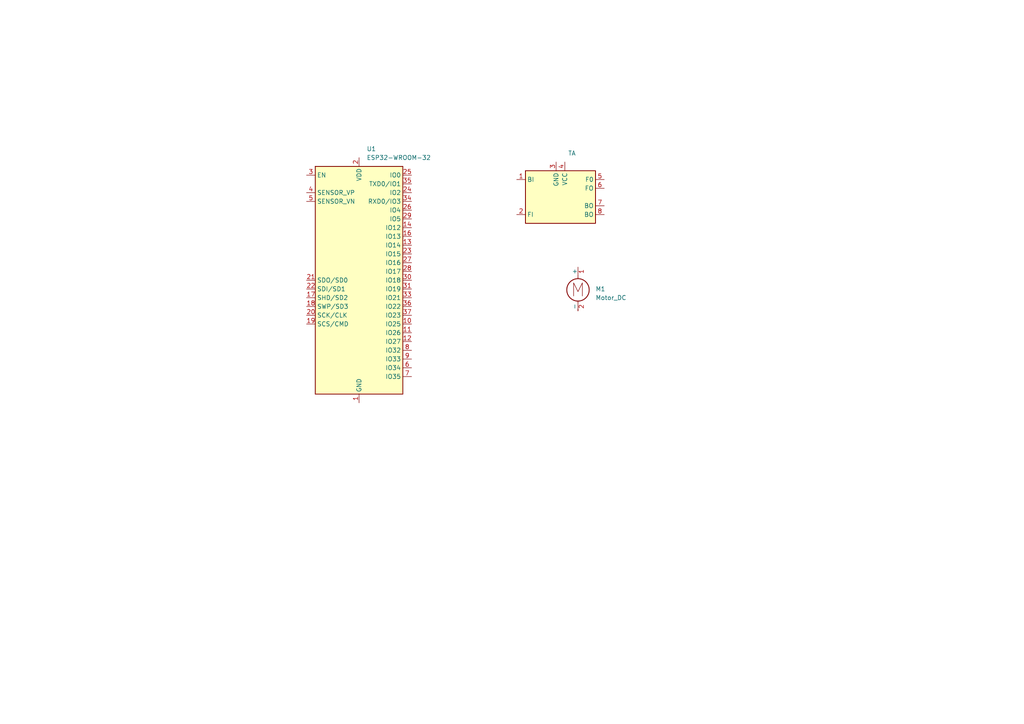
<source format=kicad_sch>
(kicad_sch
	(version 20231120)
	(generator "eeschema")
	(generator_version "8.0")
	(uuid "a65872ae-7367-4c54-aef7-e693dc81f3eb")
	(paper "A4")
	(lib_symbols
		(symbol "Motor:Motor_DC"
			(pin_names
				(offset 0)
			)
			(exclude_from_sim no)
			(in_bom yes)
			(on_board yes)
			(property "Reference" "M"
				(at 2.54 2.54 0)
				(effects
					(font
						(size 1.27 1.27)
					)
					(justify left)
				)
			)
			(property "Value" "Motor_DC"
				(at 2.54 -5.08 0)
				(effects
					(font
						(size 1.27 1.27)
					)
					(justify left top)
				)
			)
			(property "Footprint" ""
				(at 0 -2.286 0)
				(effects
					(font
						(size 1.27 1.27)
					)
					(hide yes)
				)
			)
			(property "Datasheet" "~"
				(at 0 -2.286 0)
				(effects
					(font
						(size 1.27 1.27)
					)
					(hide yes)
				)
			)
			(property "Description" "DC Motor"
				(at 0 0 0)
				(effects
					(font
						(size 1.27 1.27)
					)
					(hide yes)
				)
			)
			(property "ki_keywords" "DC Motor"
				(at 0 0 0)
				(effects
					(font
						(size 1.27 1.27)
					)
					(hide yes)
				)
			)
			(property "ki_fp_filters" "PinHeader*P2.54mm* TerminalBlock*"
				(at 0 0 0)
				(effects
					(font
						(size 1.27 1.27)
					)
					(hide yes)
				)
			)
			(symbol "Motor_DC_0_0"
				(polyline
					(pts
						(xy -1.27 -3.302) (xy -1.27 0.508) (xy 0 -2.032) (xy 1.27 0.508) (xy 1.27 -3.302)
					)
					(stroke
						(width 0)
						(type default)
					)
					(fill
						(type none)
					)
				)
			)
			(symbol "Motor_DC_0_1"
				(circle
					(center 0 -1.524)
					(radius 3.2512)
					(stroke
						(width 0.254)
						(type default)
					)
					(fill
						(type none)
					)
				)
				(polyline
					(pts
						(xy 0 -7.62) (xy 0 -7.112)
					)
					(stroke
						(width 0)
						(type default)
					)
					(fill
						(type none)
					)
				)
				(polyline
					(pts
						(xy 0 -4.7752) (xy 0 -5.1816)
					)
					(stroke
						(width 0)
						(type default)
					)
					(fill
						(type none)
					)
				)
				(polyline
					(pts
						(xy 0 1.7272) (xy 0 2.0828)
					)
					(stroke
						(width 0)
						(type default)
					)
					(fill
						(type none)
					)
				)
				(polyline
					(pts
						(xy 0 2.032) (xy 0 2.54)
					)
					(stroke
						(width 0)
						(type default)
					)
					(fill
						(type none)
					)
				)
			)
			(symbol "Motor_DC_1_1"
				(pin passive line
					(at 0 5.08 270)
					(length 2.54)
					(name "+"
						(effects
							(font
								(size 1.27 1.27)
							)
						)
					)
					(number "1"
						(effects
							(font
								(size 1.27 1.27)
							)
						)
					)
				)
				(pin passive line
					(at 0 -7.62 90)
					(length 2.54)
					(name "-"
						(effects
							(font
								(size 1.27 1.27)
							)
						)
					)
					(number "2"
						(effects
							(font
								(size 1.27 1.27)
							)
						)
					)
				)
			)
		)
		(symbol "RF_Module:ESP32-WROOM-32"
			(exclude_from_sim no)
			(in_bom yes)
			(on_board yes)
			(property "Reference" "U"
				(at -12.7 34.29 0)
				(effects
					(font
						(size 1.27 1.27)
					)
					(justify left)
				)
			)
			(property "Value" "ESP32-WROOM-32"
				(at 1.27 34.29 0)
				(effects
					(font
						(size 1.27 1.27)
					)
					(justify left)
				)
			)
			(property "Footprint" "RF_Module:ESP32-WROOM-32"
				(at 0 -38.1 0)
				(effects
					(font
						(size 1.27 1.27)
					)
					(hide yes)
				)
			)
			(property "Datasheet" "https://www.espressif.com/sites/default/files/documentation/esp32-wroom-32_datasheet_en.pdf"
				(at -7.62 1.27 0)
				(effects
					(font
						(size 1.27 1.27)
					)
					(hide yes)
				)
			)
			(property "Description" "RF Module, ESP32-D0WDQ6 SoC, Wi-Fi 802.11b/g/n, Bluetooth, BLE, 32-bit, 2.7-3.6V, onboard antenna, SMD"
				(at 0 0 0)
				(effects
					(font
						(size 1.27 1.27)
					)
					(hide yes)
				)
			)
			(property "ki_keywords" "RF Radio BT ESP ESP32 Espressif onboard PCB antenna"
				(at 0 0 0)
				(effects
					(font
						(size 1.27 1.27)
					)
					(hide yes)
				)
			)
			(property "ki_fp_filters" "ESP32?WROOM?32*"
				(at 0 0 0)
				(effects
					(font
						(size 1.27 1.27)
					)
					(hide yes)
				)
			)
			(symbol "ESP32-WROOM-32_0_1"
				(rectangle
					(start -12.7 33.02)
					(end 12.7 -33.02)
					(stroke
						(width 0.254)
						(type default)
					)
					(fill
						(type background)
					)
				)
			)
			(symbol "ESP32-WROOM-32_1_1"
				(pin power_in line
					(at 0 -35.56 90)
					(length 2.54)
					(name "GND"
						(effects
							(font
								(size 1.27 1.27)
							)
						)
					)
					(number "1"
						(effects
							(font
								(size 1.27 1.27)
							)
						)
					)
				)
				(pin bidirectional line
					(at 15.24 -12.7 180)
					(length 2.54)
					(name "IO25"
						(effects
							(font
								(size 1.27 1.27)
							)
						)
					)
					(number "10"
						(effects
							(font
								(size 1.27 1.27)
							)
						)
					)
				)
				(pin bidirectional line
					(at 15.24 -15.24 180)
					(length 2.54)
					(name "IO26"
						(effects
							(font
								(size 1.27 1.27)
							)
						)
					)
					(number "11"
						(effects
							(font
								(size 1.27 1.27)
							)
						)
					)
				)
				(pin bidirectional line
					(at 15.24 -17.78 180)
					(length 2.54)
					(name "IO27"
						(effects
							(font
								(size 1.27 1.27)
							)
						)
					)
					(number "12"
						(effects
							(font
								(size 1.27 1.27)
							)
						)
					)
				)
				(pin bidirectional line
					(at 15.24 10.16 180)
					(length 2.54)
					(name "IO14"
						(effects
							(font
								(size 1.27 1.27)
							)
						)
					)
					(number "13"
						(effects
							(font
								(size 1.27 1.27)
							)
						)
					)
				)
				(pin bidirectional line
					(at 15.24 15.24 180)
					(length 2.54)
					(name "IO12"
						(effects
							(font
								(size 1.27 1.27)
							)
						)
					)
					(number "14"
						(effects
							(font
								(size 1.27 1.27)
							)
						)
					)
				)
				(pin passive line
					(at 0 -35.56 90)
					(length 2.54) hide
					(name "GND"
						(effects
							(font
								(size 1.27 1.27)
							)
						)
					)
					(number "15"
						(effects
							(font
								(size 1.27 1.27)
							)
						)
					)
				)
				(pin bidirectional line
					(at 15.24 12.7 180)
					(length 2.54)
					(name "IO13"
						(effects
							(font
								(size 1.27 1.27)
							)
						)
					)
					(number "16"
						(effects
							(font
								(size 1.27 1.27)
							)
						)
					)
				)
				(pin bidirectional line
					(at -15.24 -5.08 0)
					(length 2.54)
					(name "SHD/SD2"
						(effects
							(font
								(size 1.27 1.27)
							)
						)
					)
					(number "17"
						(effects
							(font
								(size 1.27 1.27)
							)
						)
					)
				)
				(pin bidirectional line
					(at -15.24 -7.62 0)
					(length 2.54)
					(name "SWP/SD3"
						(effects
							(font
								(size 1.27 1.27)
							)
						)
					)
					(number "18"
						(effects
							(font
								(size 1.27 1.27)
							)
						)
					)
				)
				(pin bidirectional line
					(at -15.24 -12.7 0)
					(length 2.54)
					(name "SCS/CMD"
						(effects
							(font
								(size 1.27 1.27)
							)
						)
					)
					(number "19"
						(effects
							(font
								(size 1.27 1.27)
							)
						)
					)
				)
				(pin power_in line
					(at 0 35.56 270)
					(length 2.54)
					(name "VDD"
						(effects
							(font
								(size 1.27 1.27)
							)
						)
					)
					(number "2"
						(effects
							(font
								(size 1.27 1.27)
							)
						)
					)
				)
				(pin bidirectional line
					(at -15.24 -10.16 0)
					(length 2.54)
					(name "SCK/CLK"
						(effects
							(font
								(size 1.27 1.27)
							)
						)
					)
					(number "20"
						(effects
							(font
								(size 1.27 1.27)
							)
						)
					)
				)
				(pin bidirectional line
					(at -15.24 0 0)
					(length 2.54)
					(name "SDO/SD0"
						(effects
							(font
								(size 1.27 1.27)
							)
						)
					)
					(number "21"
						(effects
							(font
								(size 1.27 1.27)
							)
						)
					)
				)
				(pin bidirectional line
					(at -15.24 -2.54 0)
					(length 2.54)
					(name "SDI/SD1"
						(effects
							(font
								(size 1.27 1.27)
							)
						)
					)
					(number "22"
						(effects
							(font
								(size 1.27 1.27)
							)
						)
					)
				)
				(pin bidirectional line
					(at 15.24 7.62 180)
					(length 2.54)
					(name "IO15"
						(effects
							(font
								(size 1.27 1.27)
							)
						)
					)
					(number "23"
						(effects
							(font
								(size 1.27 1.27)
							)
						)
					)
				)
				(pin bidirectional line
					(at 15.24 25.4 180)
					(length 2.54)
					(name "IO2"
						(effects
							(font
								(size 1.27 1.27)
							)
						)
					)
					(number "24"
						(effects
							(font
								(size 1.27 1.27)
							)
						)
					)
				)
				(pin bidirectional line
					(at 15.24 30.48 180)
					(length 2.54)
					(name "IO0"
						(effects
							(font
								(size 1.27 1.27)
							)
						)
					)
					(number "25"
						(effects
							(font
								(size 1.27 1.27)
							)
						)
					)
				)
				(pin bidirectional line
					(at 15.24 20.32 180)
					(length 2.54)
					(name "IO4"
						(effects
							(font
								(size 1.27 1.27)
							)
						)
					)
					(number "26"
						(effects
							(font
								(size 1.27 1.27)
							)
						)
					)
				)
				(pin bidirectional line
					(at 15.24 5.08 180)
					(length 2.54)
					(name "IO16"
						(effects
							(font
								(size 1.27 1.27)
							)
						)
					)
					(number "27"
						(effects
							(font
								(size 1.27 1.27)
							)
						)
					)
				)
				(pin bidirectional line
					(at 15.24 2.54 180)
					(length 2.54)
					(name "IO17"
						(effects
							(font
								(size 1.27 1.27)
							)
						)
					)
					(number "28"
						(effects
							(font
								(size 1.27 1.27)
							)
						)
					)
				)
				(pin bidirectional line
					(at 15.24 17.78 180)
					(length 2.54)
					(name "IO5"
						(effects
							(font
								(size 1.27 1.27)
							)
						)
					)
					(number "29"
						(effects
							(font
								(size 1.27 1.27)
							)
						)
					)
				)
				(pin input line
					(at -15.24 30.48 0)
					(length 2.54)
					(name "EN"
						(effects
							(font
								(size 1.27 1.27)
							)
						)
					)
					(number "3"
						(effects
							(font
								(size 1.27 1.27)
							)
						)
					)
				)
				(pin bidirectional line
					(at 15.24 0 180)
					(length 2.54)
					(name "IO18"
						(effects
							(font
								(size 1.27 1.27)
							)
						)
					)
					(number "30"
						(effects
							(font
								(size 1.27 1.27)
							)
						)
					)
				)
				(pin bidirectional line
					(at 15.24 -2.54 180)
					(length 2.54)
					(name "IO19"
						(effects
							(font
								(size 1.27 1.27)
							)
						)
					)
					(number "31"
						(effects
							(font
								(size 1.27 1.27)
							)
						)
					)
				)
				(pin no_connect line
					(at -12.7 -27.94 0)
					(length 2.54) hide
					(name "NC"
						(effects
							(font
								(size 1.27 1.27)
							)
						)
					)
					(number "32"
						(effects
							(font
								(size 1.27 1.27)
							)
						)
					)
				)
				(pin bidirectional line
					(at 15.24 -5.08 180)
					(length 2.54)
					(name "IO21"
						(effects
							(font
								(size 1.27 1.27)
							)
						)
					)
					(number "33"
						(effects
							(font
								(size 1.27 1.27)
							)
						)
					)
				)
				(pin bidirectional line
					(at 15.24 22.86 180)
					(length 2.54)
					(name "RXD0/IO3"
						(effects
							(font
								(size 1.27 1.27)
							)
						)
					)
					(number "34"
						(effects
							(font
								(size 1.27 1.27)
							)
						)
					)
				)
				(pin bidirectional line
					(at 15.24 27.94 180)
					(length 2.54)
					(name "TXD0/IO1"
						(effects
							(font
								(size 1.27 1.27)
							)
						)
					)
					(number "35"
						(effects
							(font
								(size 1.27 1.27)
							)
						)
					)
				)
				(pin bidirectional line
					(at 15.24 -7.62 180)
					(length 2.54)
					(name "IO22"
						(effects
							(font
								(size 1.27 1.27)
							)
						)
					)
					(number "36"
						(effects
							(font
								(size 1.27 1.27)
							)
						)
					)
				)
				(pin bidirectional line
					(at 15.24 -10.16 180)
					(length 2.54)
					(name "IO23"
						(effects
							(font
								(size 1.27 1.27)
							)
						)
					)
					(number "37"
						(effects
							(font
								(size 1.27 1.27)
							)
						)
					)
				)
				(pin passive line
					(at 0 -35.56 90)
					(length 2.54) hide
					(name "GND"
						(effects
							(font
								(size 1.27 1.27)
							)
						)
					)
					(number "38"
						(effects
							(font
								(size 1.27 1.27)
							)
						)
					)
				)
				(pin passive line
					(at 0 -35.56 90)
					(length 2.54) hide
					(name "GND"
						(effects
							(font
								(size 1.27 1.27)
							)
						)
					)
					(number "39"
						(effects
							(font
								(size 1.27 1.27)
							)
						)
					)
				)
				(pin input line
					(at -15.24 25.4 0)
					(length 2.54)
					(name "SENSOR_VP"
						(effects
							(font
								(size 1.27 1.27)
							)
						)
					)
					(number "4"
						(effects
							(font
								(size 1.27 1.27)
							)
						)
					)
				)
				(pin input line
					(at -15.24 22.86 0)
					(length 2.54)
					(name "SENSOR_VN"
						(effects
							(font
								(size 1.27 1.27)
							)
						)
					)
					(number "5"
						(effects
							(font
								(size 1.27 1.27)
							)
						)
					)
				)
				(pin input line
					(at 15.24 -25.4 180)
					(length 2.54)
					(name "IO34"
						(effects
							(font
								(size 1.27 1.27)
							)
						)
					)
					(number "6"
						(effects
							(font
								(size 1.27 1.27)
							)
						)
					)
				)
				(pin input line
					(at 15.24 -27.94 180)
					(length 2.54)
					(name "IO35"
						(effects
							(font
								(size 1.27 1.27)
							)
						)
					)
					(number "7"
						(effects
							(font
								(size 1.27 1.27)
							)
						)
					)
				)
				(pin bidirectional line
					(at 15.24 -20.32 180)
					(length 2.54)
					(name "IO32"
						(effects
							(font
								(size 1.27 1.27)
							)
						)
					)
					(number "8"
						(effects
							(font
								(size 1.27 1.27)
							)
						)
					)
				)
				(pin bidirectional line
					(at 15.24 -22.86 180)
					(length 2.54)
					(name "IO33"
						(effects
							(font
								(size 1.27 1.27)
							)
						)
					)
					(number "9"
						(effects
							(font
								(size 1.27 1.27)
							)
						)
					)
				)
			)
		)
		(symbol "Regulator_Controller:UC3842_DIP8"
			(exclude_from_sim no)
			(in_bom yes)
			(on_board yes)
			(property "Reference" "TA"
				(at 2.1941 12.7 0)
				(effects
					(font
						(size 1.27 1.27)
					)
					(justify left)
				)
			)
			(property "Value" "UC3842_DIP8"
				(at 2.1941 10.16 0)
				(effects
					(font
						(size 1.27 1.27)
					)
					(justify left)
					(hide yes)
				)
			)
			(property "Footprint" "Package_DIP:DIP-8_W7.62mm"
				(at 0 -12.7 0)
				(effects
					(font
						(size 1.27 1.27)
					)
					(hide yes)
				)
			)
			(property "Datasheet" "http://www.ti.com/lit/ds/symlink/uc3842.pdf"
				(at 0 0 0)
				(effects
					(font
						(size 1.27 1.27)
					)
					(hide yes)
				)
			)
			(property "Description" "Current-Mode PWM Controllers, 100% Duty Cycle, 16V/10V UVLO, PDIP-8"
				(at 0 0 0)
				(effects
					(font
						(size 1.27 1.27)
					)
					(hide yes)
				)
			)
			(property "ki_keywords" "SMPS PWM Controller"
				(at 0 0 0)
				(effects
					(font
						(size 1.27 1.27)
					)
					(hide yes)
				)
			)
			(property "ki_fp_filters" "DIP*W7.62mm*"
				(at 0 0 0)
				(effects
					(font
						(size 1.27 1.27)
					)
					(hide yes)
				)
			)
			(symbol "UC3842_DIP8_0_1"
				(rectangle
					(start -10.16 7.62)
					(end 10.16 -7.62)
					(stroke
						(width 0.254)
						(type default)
					)
					(fill
						(type background)
					)
				)
			)
			(symbol "UC3842_DIP8_1_1"
				(pin passive line
					(at -12.7 5.08 0)
					(length 2.54)
					(name "BI"
						(effects
							(font
								(size 1.27 1.27)
							)
						)
					)
					(number "1"
						(effects
							(font
								(size 1.27 1.27)
							)
						)
					)
				)
				(pin passive line
					(at -12.7 -5.08 0)
					(length 2.54)
					(name "FI"
						(effects
							(font
								(size 1.27 1.27)
							)
						)
					)
					(number "2"
						(effects
							(font
								(size 1.27 1.27)
							)
						)
					)
				)
				(pin passive line
					(at -1.27 10.16 270)
					(length 2.54)
					(name "GND"
						(effects
							(font
								(size 1.27 1.27)
							)
						)
					)
					(number "3"
						(effects
							(font
								(size 1.27 1.27)
							)
						)
					)
				)
				(pin passive line
					(at 1.27 10.16 270)
					(length 2.54)
					(name "VCC"
						(effects
							(font
								(size 1.27 1.27)
							)
						)
					)
					(number "4"
						(effects
							(font
								(size 1.27 1.27)
							)
						)
					)
				)
				(pin passive line
					(at 12.7 5.08 180)
					(length 2.54)
					(name "F0"
						(effects
							(font
								(size 1.27 1.27)
							)
						)
					)
					(number "5"
						(effects
							(font
								(size 1.27 1.27)
							)
						)
					)
				)
				(pin passive line
					(at 12.7 2.54 180)
					(length 2.54)
					(name "FO"
						(effects
							(font
								(size 1.27 1.27)
							)
						)
					)
					(number "6"
						(effects
							(font
								(size 1.27 1.27)
							)
						)
					)
				)
				(pin passive line
					(at 12.7 -2.54 180)
					(length 2.54)
					(name "BO"
						(effects
							(font
								(size 1.27 1.27)
							)
						)
					)
					(number "7"
						(effects
							(font
								(size 1.27 1.27)
							)
						)
					)
				)
				(pin input line
					(at 12.7 -5.08 180)
					(length 2.54)
					(name "BO"
						(effects
							(font
								(size 1.27 1.27)
							)
						)
					)
					(number "8"
						(effects
							(font
								(size 1.27 1.27)
							)
						)
					)
				)
			)
		)
	)
	(symbol
		(lib_id "RF_Module:ESP32-WROOM-32")
		(at 104.14 81.28 0)
		(unit 1)
		(exclude_from_sim no)
		(in_bom yes)
		(on_board yes)
		(dnp no)
		(fields_autoplaced yes)
		(uuid "0c858f6e-27ca-4b90-b509-496eaa6dd222")
		(property "Reference" "U1"
			(at 106.3341 43.18 0)
			(effects
				(font
					(size 1.27 1.27)
				)
				(justify left)
			)
		)
		(property "Value" "ESP32-WROOM-32"
			(at 106.3341 45.72 0)
			(effects
				(font
					(size 1.27 1.27)
				)
				(justify left)
			)
		)
		(property "Footprint" "RF_Module:ESP32-WROOM-32"
			(at 104.14 119.38 0)
			(effects
				(font
					(size 1.27 1.27)
				)
				(hide yes)
			)
		)
		(property "Datasheet" "https://www.espressif.com/sites/default/files/documentation/esp32-wroom-32_datasheet_en.pdf"
			(at 96.52 80.01 0)
			(effects
				(font
					(size 1.27 1.27)
				)
				(hide yes)
			)
		)
		(property "Description" "RF Module, ESP32-D0WDQ6 SoC, Wi-Fi 802.11b/g/n, Bluetooth, BLE, 32-bit, 2.7-3.6V, onboard antenna, SMD"
			(at 104.14 81.28 0)
			(effects
				(font
					(size 1.27 1.27)
				)
				(hide yes)
			)
		)
		(pin "7"
			(uuid "fcf68c73-fbee-4ed1-b9dd-ff1e0a40d3f2")
		)
		(pin "24"
			(uuid "e12175b2-5c10-41ec-bfdc-cc19ff55e6d7")
		)
		(pin "27"
			(uuid "1fae478d-fb14-40f1-9296-c2a6e493466e")
		)
		(pin "34"
			(uuid "32c7986d-5d6a-443f-9fa1-002e4998e0bc")
		)
		(pin "4"
			(uuid "0b014e88-ec5e-42be-852f-af782b70fab0")
		)
		(pin "9"
			(uuid "44b611f5-ab8e-4b1c-bb33-b66da545f3a3")
		)
		(pin "12"
			(uuid "c46e3740-4132-47d6-873e-50296bfd1714")
		)
		(pin "31"
			(uuid "ea4543e2-aed0-41eb-bbc7-9e1ba0cfdf76")
		)
		(pin "13"
			(uuid "b87b2788-d61e-48d2-9921-20afa55a5556")
		)
		(pin "25"
			(uuid "a8a744f1-ba50-4df2-b7bc-48e9a33dc411")
		)
		(pin "5"
			(uuid "45243b17-1342-4571-abb0-38a9f9e9a2b2")
		)
		(pin "6"
			(uuid "00efd7db-4d8b-45a4-a015-f1224b8a0b6a")
		)
		(pin "1"
			(uuid "b03ad3ba-242f-43f5-a3a0-2263e5f33787")
		)
		(pin "11"
			(uuid "5a0d03e0-977c-47a3-a068-f1b35c943333")
		)
		(pin "10"
			(uuid "70ad7e99-a426-4849-b5e3-e16555d82ba9")
		)
		(pin "19"
			(uuid "763dc2c5-a832-45e9-a57f-e38dc16ac644")
		)
		(pin "21"
			(uuid "f9fd69ee-a693-4c05-9657-eacc0ea0ed66")
		)
		(pin "22"
			(uuid "58ac3102-28c3-4a18-a02a-19720a8fda29")
		)
		(pin "23"
			(uuid "74c71449-5834-4c6d-bf90-c66139545ab1")
		)
		(pin "15"
			(uuid "8779022f-fdbb-4c6d-8f4d-409309d36c97")
		)
		(pin "16"
			(uuid "e51f1466-fcab-490c-b2cb-1b67d31b1404")
		)
		(pin "17"
			(uuid "5988288f-ee6d-409c-b1a3-a18b25ef7654")
		)
		(pin "18"
			(uuid "e002408c-36d7-42cd-b586-e23f462ce694")
		)
		(pin "26"
			(uuid "5b4fa8e1-d6da-45aa-806d-a7ca137b775d")
		)
		(pin "14"
			(uuid "88242797-efdc-4036-ae40-a8faaf41897a")
		)
		(pin "28"
			(uuid "736c7f1a-2972-4269-b833-df1397b8e5d3")
		)
		(pin "29"
			(uuid "1687e2ac-ee4c-4c39-901f-0216f2bfbee3")
		)
		(pin "32"
			(uuid "5b6e72ed-2604-4814-a55d-13ae143fd883")
		)
		(pin "20"
			(uuid "0e8c068c-e8d6-4e68-958a-18a1dcea4a22")
		)
		(pin "2"
			(uuid "03144083-771e-4ff5-a407-d448b4df5223")
		)
		(pin "3"
			(uuid "4fc78d38-ae76-4f40-877e-4c9ca1500b9e")
		)
		(pin "35"
			(uuid "cd0eb989-87d8-4c9d-aa84-f0fd2474f97e")
		)
		(pin "36"
			(uuid "2c796d97-4aa0-4bc2-a923-05b5818b6d6d")
		)
		(pin "37"
			(uuid "4995067c-ddf1-404e-9f20-0bd64cb7e2ac")
		)
		(pin "38"
			(uuid "e6473ff8-e68c-47d6-8c3e-698279eb1baf")
		)
		(pin "39"
			(uuid "86f8623b-28a8-44f1-b5c7-53ea66166394")
		)
		(pin "8"
			(uuid "0b588890-b11e-4017-bbef-fc8d70b50104")
		)
		(pin "33"
			(uuid "f20af3dd-6be3-41c7-9da9-4e36b7e7ddbd")
		)
		(pin "30"
			(uuid "13161c7d-871a-4cb9-b17c-2ee10bde7364")
		)
		(instances
			(project ""
				(path "/a65872ae-7367-4c54-aef7-e693dc81f3eb"
					(reference "U1")
					(unit 1)
				)
			)
		)
	)
	(symbol
		(lib_id "Regulator_Controller:UC3842_DIP8")
		(at 162.56 57.15 0)
		(unit 1)
		(exclude_from_sim no)
		(in_bom yes)
		(on_board yes)
		(dnp no)
		(fields_autoplaced yes)
		(uuid "5ec0fbda-830f-417b-aeeb-6800c7b75b13")
		(property "Reference" "TA"
			(at 164.7541 44.45 0)
			(effects
				(font
					(size 1.27 1.27)
				)
				(justify left)
			)
		)
		(property "Value" "UC3842_DIP8"
			(at 164.7541 46.99 0)
			(effects
				(font
					(size 1.27 1.27)
				)
				(justify left)
				(hide yes)
			)
		)
		(property "Footprint" "Package_DIP:DIP-8_W7.62mm"
			(at 162.56 69.85 0)
			(effects
				(font
					(size 1.27 1.27)
				)
				(hide yes)
			)
		)
		(property "Datasheet" "http://www.ti.com/lit/ds/symlink/uc3842.pdf"
			(at 162.56 57.15 0)
			(effects
				(font
					(size 1.27 1.27)
				)
				(hide yes)
			)
		)
		(property "Description" "Current-Mode PWM Controllers, 100% Duty Cycle, 16V/10V UVLO, PDIP-8"
			(at 162.56 57.15 0)
			(effects
				(font
					(size 1.27 1.27)
				)
				(hide yes)
			)
		)
		(pin "2"
			(uuid "949c692a-0eb9-4f5d-a4a0-0621256c7df3")
		)
		(pin "8"
			(uuid "da3cfb6d-ab71-4b03-8b0b-3d4289c0bff9")
		)
		(pin "5"
			(uuid "fe0ccdd6-ec3d-4c3c-be72-8771890f66fa")
		)
		(pin "3"
			(uuid "2ee7264c-8481-4379-a4de-2574e34e24df")
		)
		(pin "4"
			(uuid "21c34621-d7a0-4827-a42a-eeee8aa1e83f")
		)
		(pin "7"
			(uuid "5cfbc642-5e57-4668-8a15-7bc9037b4824")
		)
		(pin "6"
			(uuid "13b86d97-8b2d-4ed5-a47a-423e10da1dcc")
		)
		(pin "1"
			(uuid "889919c3-8015-4e5c-8274-232d7b5aba86")
		)
		(instances
			(project ""
				(path "/a65872ae-7367-4c54-aef7-e693dc81f3eb"
					(reference "TA")
					(unit 1)
				)
			)
		)
	)
	(symbol
		(lib_id "Motor:Motor_DC")
		(at 167.64 82.55 0)
		(unit 1)
		(exclude_from_sim no)
		(in_bom yes)
		(on_board yes)
		(dnp no)
		(fields_autoplaced yes)
		(uuid "6244c141-c1e6-4925-baa4-f660d16b236c")
		(property "Reference" "M1"
			(at 172.72 83.8199 0)
			(effects
				(font
					(size 1.27 1.27)
				)
				(justify left)
			)
		)
		(property "Value" "Motor_DC"
			(at 172.72 86.3599 0)
			(effects
				(font
					(size 1.27 1.27)
				)
				(justify left)
			)
		)
		(property "Footprint" ""
			(at 167.64 84.836 0)
			(effects
				(font
					(size 1.27 1.27)
				)
				(hide yes)
			)
		)
		(property "Datasheet" "~"
			(at 167.64 84.836 0)
			(effects
				(font
					(size 1.27 1.27)
				)
				(hide yes)
			)
		)
		(property "Description" "DC Motor"
			(at 167.64 82.55 0)
			(effects
				(font
					(size 1.27 1.27)
				)
				(hide yes)
			)
		)
		(pin "2"
			(uuid "32216f49-c795-49aa-a9f4-d82cfdf0f470")
		)
		(pin "1"
			(uuid "30d17fb0-2d82-4cd9-9474-5304490c3eb8")
		)
		(instances
			(project ""
				(path "/a65872ae-7367-4c54-aef7-e693dc81f3eb"
					(reference "M1")
					(unit 1)
				)
			)
		)
	)
	(sheet_instances
		(path "/"
			(page "1")
		)
	)
)

</source>
